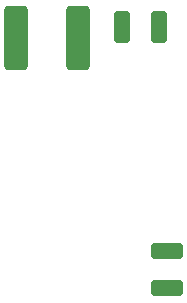
<source format=gbr>
%TF.GenerationSoftware,KiCad,Pcbnew,9.0.5*%
%TF.CreationDate,2026-01-28T15:10:35+09:00*%
%TF.ProjectId,esp32s3_serial_bridge_pcb,65737033-3273-4335-9f73-657269616c5f,V1.0*%
%TF.SameCoordinates,Original*%
%TF.FileFunction,Paste,Top*%
%TF.FilePolarity,Positive*%
%FSLAX46Y46*%
G04 Gerber Fmt 4.6, Leading zero omitted, Abs format (unit mm)*
G04 Created by KiCad (PCBNEW 9.0.5) date 2026-01-28 15:10:35*
%MOMM*%
%LPD*%
G01*
G04 APERTURE LIST*
G04 Aperture macros list*
%AMRoundRect*
0 Rectangle with rounded corners*
0 $1 Rounding radius*
0 $2 $3 $4 $5 $6 $7 $8 $9 X,Y pos of 4 corners*
0 Add a 4 corners polygon primitive as box body*
4,1,4,$2,$3,$4,$5,$6,$7,$8,$9,$2,$3,0*
0 Add four circle primitives for the rounded corners*
1,1,$1+$1,$2,$3*
1,1,$1+$1,$4,$5*
1,1,$1+$1,$6,$7*
1,1,$1+$1,$8,$9*
0 Add four rect primitives between the rounded corners*
20,1,$1+$1,$2,$3,$4,$5,0*
20,1,$1+$1,$4,$5,$6,$7,0*
20,1,$1+$1,$6,$7,$8,$9,0*
20,1,$1+$1,$8,$9,$2,$3,0*%
G04 Aperture macros list end*
%ADD10RoundRect,0.249999X-0.737501X-2.450001X0.737501X-2.450001X0.737501X2.450001X-0.737501X2.450001X0*%
%ADD11RoundRect,0.250000X-1.100000X0.412500X-1.100000X-0.412500X1.100000X-0.412500X1.100000X0.412500X0*%
%ADD12RoundRect,0.250000X0.412500X1.100000X-0.412500X1.100000X-0.412500X-1.100000X0.412500X-1.100000X0*%
G04 APERTURE END LIST*
D10*
%TO.C,C1*%
X106525000Y-109100000D03*
X111800000Y-109100000D03*
%TD*%
D11*
%TO.C,C3*%
X119300000Y-127100000D03*
X119300000Y-130225000D03*
%TD*%
D12*
%TO.C,C2*%
X118587500Y-108100000D03*
X115462500Y-108100000D03*
%TD*%
M02*

</source>
